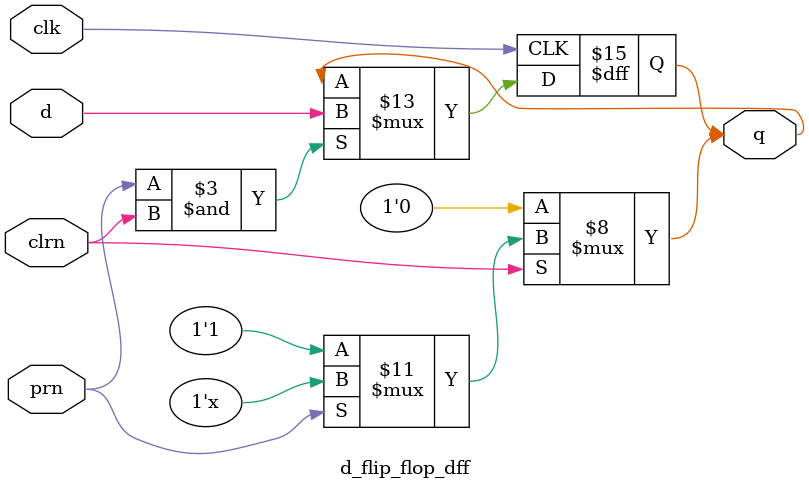
<source format=v>
`timescale 1ns / 1ps


module d_flip_flop_dff(
    input d,
    input clk,
    input prn,
    input clrn,
    output reg q
    );
    always @ (posedge clk)
    begin
        if(prn&clrn==1)
            q<=d;
    end
    
    always @ (prn,clrn)
    begin
        if(prn==0)
            q=1;
        if(clrn==0)
            q=0;
    end
endmodule

</source>
